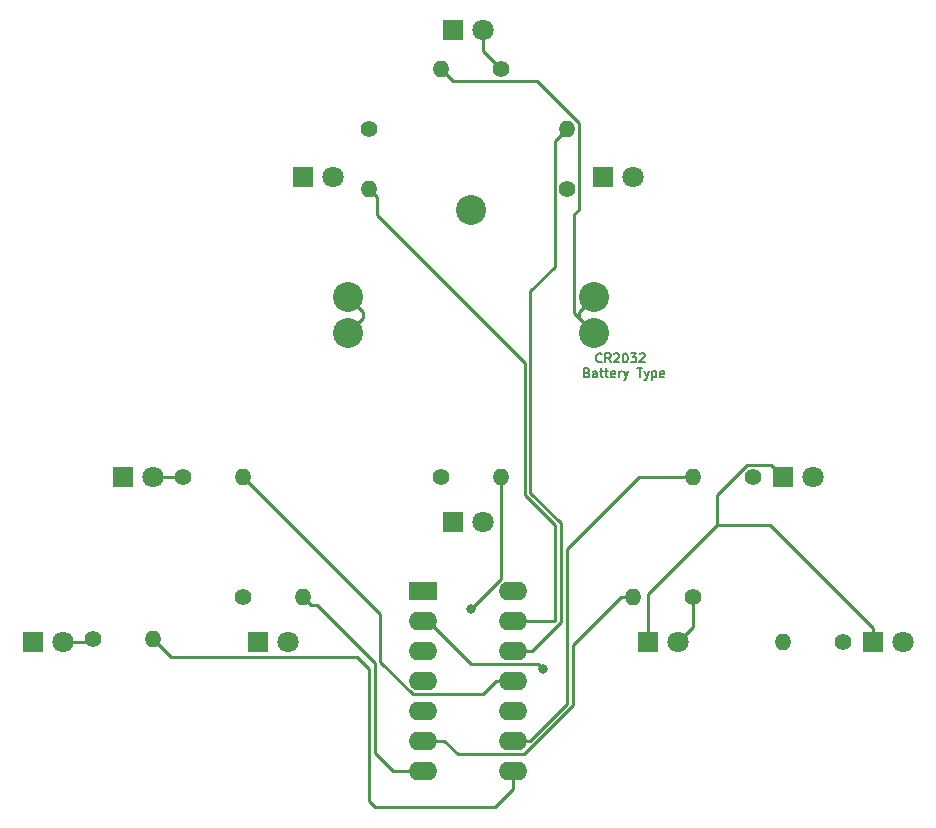
<source format=gbr>
G04 #@! TF.GenerationSoftware,KiCad,Pcbnew,(5.0.0)*
G04 #@! TF.CreationDate,2018-12-05T15:31:39-05:00*
G04 #@! TF.ProjectId,Christmas Ornament,4368726973746D6173204F726E616D65,rev?*
G04 #@! TF.SameCoordinates,Original*
G04 #@! TF.FileFunction,Copper,L1,Top,Signal*
G04 #@! TF.FilePolarity,Positive*
%FSLAX46Y46*%
G04 Gerber Fmt 4.6, Leading zero omitted, Abs format (unit mm)*
G04 Created by KiCad (PCBNEW (5.0.0)) date 12/05/18 15:31:39*
%MOMM*%
%LPD*%
G01*
G04 APERTURE LIST*
G04 #@! TA.AperFunction,NonConductor*
%ADD10C,0.127000*%
G04 #@! TD*
G04 #@! TA.AperFunction,ComponentPad*
%ADD11C,2.540000*%
G04 #@! TD*
G04 #@! TA.AperFunction,ComponentPad*
%ADD12O,2.400000X1.600000*%
G04 #@! TD*
G04 #@! TA.AperFunction,ComponentPad*
%ADD13R,2.400000X1.600000*%
G04 #@! TD*
G04 #@! TA.AperFunction,ComponentPad*
%ADD14C,1.800000*%
G04 #@! TD*
G04 #@! TA.AperFunction,ComponentPad*
%ADD15R,1.800000X1.800000*%
G04 #@! TD*
G04 #@! TA.AperFunction,ComponentPad*
%ADD16O,1.400000X1.400000*%
G04 #@! TD*
G04 #@! TA.AperFunction,ComponentPad*
%ADD17C,1.400000*%
G04 #@! TD*
G04 #@! TA.AperFunction,ViaPad*
%ADD18C,0.800000*%
G04 #@! TD*
G04 #@! TA.AperFunction,Conductor*
%ADD19C,0.250000*%
G04 #@! TD*
G04 APERTURE END LIST*
D10*
X233571142Y-114699142D02*
X233534857Y-114735428D01*
X233426000Y-114771714D01*
X233353428Y-114771714D01*
X233244571Y-114735428D01*
X233172000Y-114662857D01*
X233135714Y-114590285D01*
X233099428Y-114445142D01*
X233099428Y-114336285D01*
X233135714Y-114191142D01*
X233172000Y-114118571D01*
X233244571Y-114046000D01*
X233353428Y-114009714D01*
X233426000Y-114009714D01*
X233534857Y-114046000D01*
X233571142Y-114082285D01*
X234333142Y-114771714D02*
X234079142Y-114408857D01*
X233897714Y-114771714D02*
X233897714Y-114009714D01*
X234188000Y-114009714D01*
X234260571Y-114046000D01*
X234296857Y-114082285D01*
X234333142Y-114154857D01*
X234333142Y-114263714D01*
X234296857Y-114336285D01*
X234260571Y-114372571D01*
X234188000Y-114408857D01*
X233897714Y-114408857D01*
X234623428Y-114082285D02*
X234659714Y-114046000D01*
X234732285Y-114009714D01*
X234913714Y-114009714D01*
X234986285Y-114046000D01*
X235022571Y-114082285D01*
X235058857Y-114154857D01*
X235058857Y-114227428D01*
X235022571Y-114336285D01*
X234587142Y-114771714D01*
X235058857Y-114771714D01*
X235530571Y-114009714D02*
X235603142Y-114009714D01*
X235675714Y-114046000D01*
X235712000Y-114082285D01*
X235748285Y-114154857D01*
X235784571Y-114300000D01*
X235784571Y-114481428D01*
X235748285Y-114626571D01*
X235712000Y-114699142D01*
X235675714Y-114735428D01*
X235603142Y-114771714D01*
X235530571Y-114771714D01*
X235458000Y-114735428D01*
X235421714Y-114699142D01*
X235385428Y-114626571D01*
X235349142Y-114481428D01*
X235349142Y-114300000D01*
X235385428Y-114154857D01*
X235421714Y-114082285D01*
X235458000Y-114046000D01*
X235530571Y-114009714D01*
X236038571Y-114009714D02*
X236510285Y-114009714D01*
X236256285Y-114300000D01*
X236365142Y-114300000D01*
X236437714Y-114336285D01*
X236474000Y-114372571D01*
X236510285Y-114445142D01*
X236510285Y-114626571D01*
X236474000Y-114699142D01*
X236437714Y-114735428D01*
X236365142Y-114771714D01*
X236147428Y-114771714D01*
X236074857Y-114735428D01*
X236038571Y-114699142D01*
X236800571Y-114082285D02*
X236836857Y-114046000D01*
X236909428Y-114009714D01*
X237090857Y-114009714D01*
X237163428Y-114046000D01*
X237199714Y-114082285D01*
X237236000Y-114154857D01*
X237236000Y-114227428D01*
X237199714Y-114336285D01*
X236764285Y-114771714D01*
X237236000Y-114771714D01*
X232337428Y-115642571D02*
X232446285Y-115678857D01*
X232482571Y-115715142D01*
X232518857Y-115787714D01*
X232518857Y-115896571D01*
X232482571Y-115969142D01*
X232446285Y-116005428D01*
X232373714Y-116041714D01*
X232083428Y-116041714D01*
X232083428Y-115279714D01*
X232337428Y-115279714D01*
X232410000Y-115316000D01*
X232446285Y-115352285D01*
X232482571Y-115424857D01*
X232482571Y-115497428D01*
X232446285Y-115570000D01*
X232410000Y-115606285D01*
X232337428Y-115642571D01*
X232083428Y-115642571D01*
X233172000Y-116041714D02*
X233172000Y-115642571D01*
X233135714Y-115570000D01*
X233063142Y-115533714D01*
X232918000Y-115533714D01*
X232845428Y-115570000D01*
X233172000Y-116005428D02*
X233099428Y-116041714D01*
X232918000Y-116041714D01*
X232845428Y-116005428D01*
X232809142Y-115932857D01*
X232809142Y-115860285D01*
X232845428Y-115787714D01*
X232918000Y-115751428D01*
X233099428Y-115751428D01*
X233172000Y-115715142D01*
X233426000Y-115533714D02*
X233716285Y-115533714D01*
X233534857Y-115279714D02*
X233534857Y-115932857D01*
X233571142Y-116005428D01*
X233643714Y-116041714D01*
X233716285Y-116041714D01*
X233861428Y-115533714D02*
X234151714Y-115533714D01*
X233970285Y-115279714D02*
X233970285Y-115932857D01*
X234006571Y-116005428D01*
X234079142Y-116041714D01*
X234151714Y-116041714D01*
X234696000Y-116005428D02*
X234623428Y-116041714D01*
X234478285Y-116041714D01*
X234405714Y-116005428D01*
X234369428Y-115932857D01*
X234369428Y-115642571D01*
X234405714Y-115570000D01*
X234478285Y-115533714D01*
X234623428Y-115533714D01*
X234696000Y-115570000D01*
X234732285Y-115642571D01*
X234732285Y-115715142D01*
X234369428Y-115787714D01*
X235058857Y-116041714D02*
X235058857Y-115533714D01*
X235058857Y-115678857D02*
X235095142Y-115606285D01*
X235131428Y-115570000D01*
X235204000Y-115533714D01*
X235276571Y-115533714D01*
X235458000Y-115533714D02*
X235639428Y-116041714D01*
X235820857Y-115533714D02*
X235639428Y-116041714D01*
X235566857Y-116223142D01*
X235530571Y-116259428D01*
X235458000Y-116295714D01*
X236582857Y-115279714D02*
X237018285Y-115279714D01*
X236800571Y-116041714D02*
X236800571Y-115279714D01*
X237199714Y-115533714D02*
X237381142Y-116041714D01*
X237562571Y-115533714D02*
X237381142Y-116041714D01*
X237308571Y-116223142D01*
X237272285Y-116259428D01*
X237199714Y-116295714D01*
X237852857Y-115533714D02*
X237852857Y-116295714D01*
X237852857Y-115570000D02*
X237925428Y-115533714D01*
X238070571Y-115533714D01*
X238143142Y-115570000D01*
X238179428Y-115606285D01*
X238215714Y-115678857D01*
X238215714Y-115896571D01*
X238179428Y-115969142D01*
X238143142Y-116005428D01*
X238070571Y-116041714D01*
X237925428Y-116041714D01*
X237852857Y-116005428D01*
X238832571Y-116005428D02*
X238760000Y-116041714D01*
X238614857Y-116041714D01*
X238542285Y-116005428D01*
X238506000Y-115932857D01*
X238506000Y-115642571D01*
X238542285Y-115570000D01*
X238614857Y-115533714D01*
X238760000Y-115533714D01*
X238832571Y-115570000D01*
X238868857Y-115642571D01*
X238868857Y-115715142D01*
X238506000Y-115787714D01*
D11*
G04 #@! TO.P,BT101,1*
G04 #@! TO.N,Net-(BT101-Pad1)*
X232918000Y-109220000D03*
X232918000Y-112268000D03*
X212090000Y-109220000D03*
X212090000Y-112268000D03*
G04 #@! TO.P,BT101,2*
G04 #@! TO.N,GND*
X222504000Y-101854000D03*
G04 #@! TD*
D12*
G04 #@! TO.P,U101,14*
G04 #@! TO.N,GND*
X226060000Y-134112000D03*
G04 #@! TO.P,U101,7*
G04 #@! TO.N,Net-(R108-Pad2)*
X218440000Y-149352000D03*
G04 #@! TO.P,U101,13*
G04 #@! TO.N,Net-(R101-Pad2)*
X226060000Y-136652000D03*
G04 #@! TO.P,U101,6*
G04 #@! TO.N,Net-(R109-Pad2)*
X218440000Y-146812000D03*
G04 #@! TO.P,U101,12*
G04 #@! TO.N,Net-(R102-Pad2)*
X226060000Y-139192000D03*
G04 #@! TO.P,U101,5*
G04 #@! TO.N,Net-(U101-Pad5)*
X218440000Y-144272000D03*
G04 #@! TO.P,U101,11*
G04 #@! TO.N,Net-(R103-Pad2)*
X226060000Y-141732000D03*
G04 #@! TO.P,U101,4*
G04 #@! TO.N,Net-(U101-Pad4)*
X218440000Y-141732000D03*
G04 #@! TO.P,U101,10*
G04 #@! TO.N,Net-(R104-Pad2)*
X226060000Y-144272000D03*
G04 #@! TO.P,U101,3*
G04 #@! TO.N,Net-(U101-Pad3)*
X218440000Y-139192000D03*
G04 #@! TO.P,U101,9*
G04 #@! TO.N,Net-(R105-Pad2)*
X226060000Y-146812000D03*
G04 #@! TO.P,U101,2*
G04 #@! TO.N,Net-(R110-Pad2)*
X218440000Y-136652000D03*
G04 #@! TO.P,U101,8*
G04 #@! TO.N,Net-(R107-Pad2)*
X226060000Y-149352000D03*
D13*
G04 #@! TO.P,U101,1*
G04 #@! TO.N,Net-(BT101-Pad1)*
X218440000Y-134112000D03*
G04 #@! TD*
D14*
G04 #@! TO.P,D101,2*
G04 #@! TO.N,Net-(D101-Pad2)*
X210820000Y-99060000D03*
D15*
G04 #@! TO.P,D101,1*
G04 #@! TO.N,GND*
X208280000Y-99060000D03*
G04 #@! TD*
G04 #@! TO.P,D103,1*
G04 #@! TO.N,GND*
X193040000Y-124460000D03*
D14*
G04 #@! TO.P,D103,2*
G04 #@! TO.N,Net-(D103-Pad2)*
X195580000Y-124460000D03*
G04 #@! TD*
G04 #@! TO.P,D104,2*
G04 #@! TO.N,Net-(D104-Pad2)*
X223520000Y-128270000D03*
D15*
G04 #@! TO.P,D104,1*
G04 #@! TO.N,GND*
X220980000Y-128270000D03*
G04 #@! TD*
G04 #@! TO.P,D105,1*
G04 #@! TO.N,GND*
X248920000Y-124460000D03*
D14*
G04 #@! TO.P,D105,2*
G04 #@! TO.N,Net-(D105-Pad2)*
X251460000Y-124460000D03*
G04 #@! TD*
G04 #@! TO.P,D106,2*
G04 #@! TO.N,Net-(D106-Pad2)*
X223520000Y-86614000D03*
D15*
G04 #@! TO.P,D106,1*
G04 #@! TO.N,GND*
X220980000Y-86614000D03*
G04 #@! TD*
G04 #@! TO.P,D107,1*
G04 #@! TO.N,GND*
X185420000Y-138430000D03*
D14*
G04 #@! TO.P,D107,2*
G04 #@! TO.N,Net-(D107-Pad2)*
X187960000Y-138430000D03*
G04 #@! TD*
G04 #@! TO.P,D108,2*
G04 #@! TO.N,Net-(D108-Pad2)*
X207010000Y-138430000D03*
D15*
G04 #@! TO.P,D108,1*
G04 #@! TO.N,GND*
X204470000Y-138430000D03*
G04 #@! TD*
G04 #@! TO.P,D109,1*
G04 #@! TO.N,GND*
X237490000Y-138430000D03*
D14*
G04 #@! TO.P,D109,2*
G04 #@! TO.N,Net-(D109-Pad2)*
X240030000Y-138430000D03*
G04 #@! TD*
G04 #@! TO.P,D110,2*
G04 #@! TO.N,Net-(D110-Pad2)*
X259080000Y-138430000D03*
D15*
G04 #@! TO.P,D110,1*
G04 #@! TO.N,GND*
X256540000Y-138430000D03*
G04 #@! TD*
D14*
G04 #@! TO.P,D102,2*
G04 #@! TO.N,Net-(D102-Pad2)*
X236220000Y-99060000D03*
D15*
G04 #@! TO.P,D102,1*
G04 #@! TO.N,GND*
X233680000Y-99060000D03*
G04 #@! TD*
D16*
G04 #@! TO.P,R101,2*
G04 #@! TO.N,Net-(R101-Pad2)*
X213868000Y-100076000D03*
D17*
G04 #@! TO.P,R101,1*
G04 #@! TO.N,Net-(D101-Pad2)*
X213868000Y-94996000D03*
G04 #@! TD*
G04 #@! TO.P,R102,1*
G04 #@! TO.N,Net-(D102-Pad2)*
X230632000Y-100076000D03*
D16*
G04 #@! TO.P,R102,2*
G04 #@! TO.N,Net-(R102-Pad2)*
X230632000Y-94996000D03*
G04 #@! TD*
G04 #@! TO.P,R103,2*
G04 #@! TO.N,Net-(R103-Pad2)*
X203200000Y-124460000D03*
D17*
G04 #@! TO.P,R103,1*
G04 #@! TO.N,Net-(D103-Pad2)*
X198120000Y-124460000D03*
G04 #@! TD*
G04 #@! TO.P,R104,1*
G04 #@! TO.N,Net-(D104-Pad2)*
X219964000Y-124460000D03*
D16*
G04 #@! TO.P,R104,2*
G04 #@! TO.N,Net-(R104-Pad2)*
X225044000Y-124460000D03*
G04 #@! TD*
G04 #@! TO.P,R105,2*
G04 #@! TO.N,Net-(R105-Pad2)*
X241300000Y-124460000D03*
D17*
G04 #@! TO.P,R105,1*
G04 #@! TO.N,Net-(D105-Pad2)*
X246380000Y-124460000D03*
G04 #@! TD*
G04 #@! TO.P,R106,1*
G04 #@! TO.N,Net-(D106-Pad2)*
X225044000Y-89916000D03*
D16*
G04 #@! TO.P,R106,2*
G04 #@! TO.N,Net-(BT101-Pad1)*
X219964000Y-89916000D03*
G04 #@! TD*
G04 #@! TO.P,R107,2*
G04 #@! TO.N,Net-(R107-Pad2)*
X195580000Y-138176000D03*
D17*
G04 #@! TO.P,R107,1*
G04 #@! TO.N,Net-(D107-Pad2)*
X190500000Y-138176000D03*
G04 #@! TD*
G04 #@! TO.P,R108,1*
G04 #@! TO.N,Net-(D108-Pad2)*
X203200000Y-134620000D03*
D16*
G04 #@! TO.P,R108,2*
G04 #@! TO.N,Net-(R108-Pad2)*
X208280000Y-134620000D03*
G04 #@! TD*
G04 #@! TO.P,R109,2*
G04 #@! TO.N,Net-(R109-Pad2)*
X236220000Y-134620000D03*
D17*
G04 #@! TO.P,R109,1*
G04 #@! TO.N,Net-(D109-Pad2)*
X241300000Y-134620000D03*
G04 #@! TD*
G04 #@! TO.P,R110,1*
G04 #@! TO.N,Net-(D110-Pad2)*
X254000000Y-138430000D03*
D16*
G04 #@! TO.P,R110,2*
G04 #@! TO.N,Net-(R110-Pad2)*
X248920000Y-138430000D03*
G04 #@! TD*
D18*
G04 #@! TO.N,Net-(R110-Pad2)*
X228600000Y-140716000D03*
G04 #@! TO.N,Net-(R104-Pad2)*
X222504000Y-135636000D03*
G04 #@! TD*
D19*
G04 #@! TO.N,Net-(R110-Pad2)*
X228201010Y-140317010D02*
X228600000Y-140716000D01*
X222505010Y-140317010D02*
X228201010Y-140317010D01*
X218440000Y-136652000D02*
X218840000Y-136652000D01*
X218840000Y-136652000D02*
X222505010Y-140317010D01*
G04 #@! TO.N,Net-(R109-Pad2)*
X235230051Y-134620000D02*
X232182051Y-137668000D01*
X236220000Y-134620000D02*
X235230051Y-134620000D01*
X232182051Y-137668000D02*
X232156000Y-137668000D01*
X232156000Y-137668000D02*
X231140000Y-138684000D01*
X227021400Y-147937010D02*
X221378990Y-147937010D01*
X231140000Y-138684000D02*
X231140000Y-143818410D01*
X231140000Y-143818410D02*
X227021400Y-147937010D01*
X220253980Y-146812000D02*
X218440000Y-146812000D01*
X221378990Y-147937010D02*
X220253980Y-146812000D01*
G04 #@! TO.N,Net-(D109-Pad2)*
X241300000Y-137160000D02*
X240030000Y-138430000D01*
X241300000Y-134620000D02*
X241300000Y-137160000D01*
G04 #@! TO.N,Net-(R108-Pad2)*
X208979999Y-135319999D02*
X209487999Y-135319999D01*
X208280000Y-134620000D02*
X208979999Y-135319999D01*
X209487999Y-135319999D02*
X214376000Y-140208000D01*
X214376000Y-140208000D02*
X214376000Y-147828000D01*
X215900000Y-149352000D02*
X218440000Y-149352000D01*
X214376000Y-147828000D02*
X215900000Y-149352000D01*
G04 #@! TO.N,Net-(R107-Pad2)*
X226060000Y-149352000D02*
X226060000Y-150876000D01*
X226060000Y-150876000D02*
X224536000Y-152400000D01*
X224536000Y-152400000D02*
X214376000Y-152400000D01*
X214376000Y-152400000D02*
X213868000Y-151892000D01*
X213868000Y-151892000D02*
X213868000Y-140716000D01*
X213868000Y-140716000D02*
X212852000Y-139700000D01*
X197104000Y-139700000D02*
X195580000Y-138176000D01*
X212852000Y-139700000D02*
X197104000Y-139700000D01*
G04 #@! TO.N,Net-(D107-Pad2)*
X190246000Y-138430000D02*
X190500000Y-138176000D01*
X187960000Y-138430000D02*
X190246000Y-138430000D01*
G04 #@! TO.N,Net-(D106-Pad2)*
X223520000Y-88392000D02*
X225044000Y-89916000D01*
X223520000Y-86614000D02*
X223520000Y-88392000D01*
G04 #@! TO.N,Net-(R105-Pad2)*
X227510000Y-146812000D02*
X230632000Y-143690000D01*
X226060000Y-146812000D02*
X227510000Y-146812000D01*
X230632000Y-143690000D02*
X230632000Y-130556000D01*
X236728000Y-124460000D02*
X241300000Y-124460000D01*
X230632000Y-130556000D02*
X236728000Y-124460000D01*
G04 #@! TO.N,Net-(R104-Pad2)*
X225044000Y-124460000D02*
X225044000Y-133096000D01*
X225044000Y-133096000D02*
X222504000Y-135636000D01*
G04 #@! TO.N,Net-(R103-Pad2)*
X224610000Y-141732000D02*
X226060000Y-141732000D01*
X223484990Y-142857010D02*
X224610000Y-141732000D01*
X217574006Y-142857010D02*
X223484990Y-142857010D01*
X214826010Y-140109014D02*
X217574006Y-142857010D01*
X214826010Y-136086010D02*
X214826010Y-140109014D01*
X203200000Y-124460000D02*
X214826010Y-136086010D01*
G04 #@! TO.N,Net-(D103-Pad2)*
X195580000Y-124460000D02*
X198120000Y-124460000D01*
G04 #@! TO.N,Net-(R102-Pad2)*
X227510000Y-139192000D02*
X226060000Y-139192000D01*
X227712410Y-139192000D02*
X227510000Y-139192000D01*
X230124000Y-136780410D02*
X227712410Y-139192000D01*
X230632000Y-94996000D02*
X229606999Y-96021001D01*
X229606999Y-96021001D02*
X229606999Y-106689001D01*
X227526010Y-108769990D02*
X227526010Y-125797600D01*
X227526010Y-125797600D02*
X230124000Y-128395590D01*
X229606999Y-106689001D02*
X227526010Y-108769990D01*
X230124000Y-128395590D02*
X230124000Y-136780410D01*
G04 #@! TO.N,Net-(R101-Pad2)*
X214567999Y-100775999D02*
X214567999Y-102299999D01*
X213868000Y-100076000D02*
X214567999Y-100775999D01*
X214567999Y-102299999D02*
X227076000Y-114808000D01*
X227076000Y-114808000D02*
X227076000Y-125984000D01*
X227076000Y-125984000D02*
X229616000Y-128524000D01*
X229616000Y-128524000D02*
X229616000Y-136652000D01*
X229616000Y-136652000D02*
X226060000Y-136652000D01*
G04 #@! TO.N,GND*
X245887999Y-123434999D02*
X243332000Y-125990998D01*
X248920000Y-124460000D02*
X247894999Y-123434999D01*
X247894999Y-123434999D02*
X245887999Y-123434999D01*
X237490000Y-137280000D02*
X237490000Y-138430000D01*
X237490000Y-134366000D02*
X237490000Y-137280000D01*
X243332000Y-128524000D02*
X237490000Y-134366000D01*
X243332000Y-125990998D02*
X243332000Y-128524000D01*
X247784000Y-128524000D02*
X243332000Y-128524000D01*
X256540000Y-137280000D02*
X247784000Y-128524000D01*
X256540000Y-138430000D02*
X256540000Y-137280000D01*
G04 #@! TO.N,Net-(BT101-Pad1)*
X231648001Y-110998001D02*
X232918000Y-112268000D01*
X231648001Y-110489999D02*
X231648001Y-110998001D01*
X232918000Y-109220000D02*
X231648001Y-110489999D01*
X213359999Y-110489999D02*
X212090000Y-109220000D01*
X213359999Y-110998001D02*
X213359999Y-110489999D01*
X212090000Y-112268000D02*
X213359999Y-110998001D01*
X220663999Y-90615999D02*
X219964000Y-89916000D01*
X220989001Y-90941001D02*
X220663999Y-90615999D01*
X228094003Y-90941001D02*
X220989001Y-90941001D01*
X231657001Y-94503999D02*
X228094003Y-90941001D01*
X231657001Y-101831003D02*
X231657001Y-94503999D01*
X231263501Y-102224503D02*
X231657001Y-101831003D01*
X231263501Y-110613501D02*
X231263501Y-102224503D01*
X232918000Y-112268000D02*
X231263501Y-110613501D01*
G04 #@! TD*
M02*

</source>
